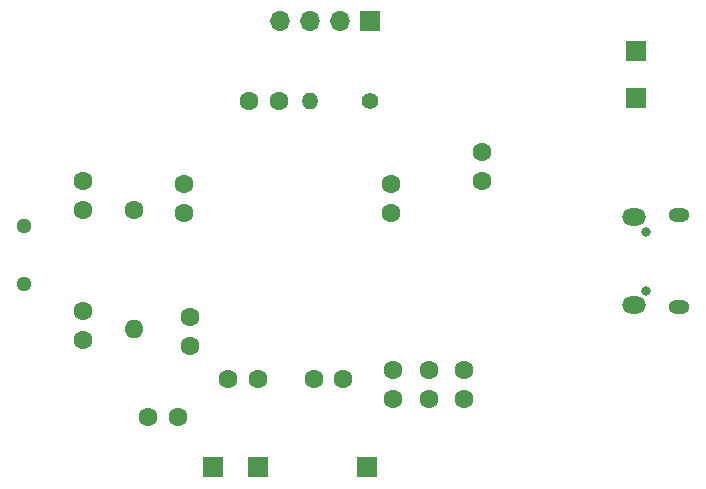
<source format=gbr>
%TF.GenerationSoftware,KiCad,Pcbnew,8.0.5*%
%TF.CreationDate,2024-10-18T14:20:25+07:00*%
%TF.ProjectId,stm32la_pcb,73746d33-326c-4615-9f70-63622e6b6963,rev?*%
%TF.SameCoordinates,Original*%
%TF.FileFunction,Soldermask,Bot*%
%TF.FilePolarity,Negative*%
%FSLAX46Y46*%
G04 Gerber Fmt 4.6, Leading zero omitted, Abs format (unit mm)*
G04 Created by KiCad (PCBNEW 8.0.5) date 2024-10-18 14:20:25*
%MOMM*%
%LPD*%
G01*
G04 APERTURE LIST*
%ADD10R,1.700000X1.700000*%
%ADD11C,1.600000*%
%ADD12O,1.600000X1.600000*%
%ADD13O,1.700000X1.700000*%
%ADD14C,1.284000*%
%ADD15C,1.400000*%
%ADD16O,1.400000X1.400000*%
%ADD17O,0.800000X0.800000*%
%ADD18O,1.800000X1.150000*%
%ADD19O,2.000000X1.450000*%
G04 APERTURE END LIST*
D10*
%TO.C,TX*%
X126000000Y-64250000D03*
%TD*%
D11*
%TO.C,C1*%
X112965000Y-68785000D03*
X112965000Y-71285000D03*
%TD*%
%TO.C,FB1*%
X83500000Y-73750000D03*
D12*
X83500000Y-83750000D03*
%TD*%
D11*
%TO.C,C9*%
X91500000Y-88000000D03*
X94000000Y-88000000D03*
%TD*%
D10*
%TO.C,D1*%
X90200000Y-95500000D03*
%TD*%
D11*
%TO.C,C4*%
X87750000Y-74000000D03*
X87750000Y-71500000D03*
%TD*%
%TO.C,C7*%
X105250000Y-74000000D03*
X105250000Y-71500000D03*
%TD*%
%TO.C,C3*%
X111500000Y-89750000D03*
X111500000Y-87250000D03*
%TD*%
D10*
%TO.C,SWD*%
X103540000Y-57750000D03*
D13*
X101000000Y-57750000D03*
X98460000Y-57750000D03*
X95920000Y-57750000D03*
%TD*%
D10*
%TO.C,D2*%
X94000000Y-95500000D03*
%TD*%
D11*
%TO.C,C6*%
X101250000Y-88000000D03*
X98750000Y-88000000D03*
%TD*%
D14*
%TO.C,Y1*%
X74250000Y-75060000D03*
X74250000Y-79940000D03*
%TD*%
D11*
%TO.C,C12*%
X79250000Y-71250000D03*
X79250000Y-73750000D03*
%TD*%
D10*
%TO.C,RX*%
X126000000Y-60250000D03*
%TD*%
%TO.C,A1*%
X103250000Y-95500000D03*
%TD*%
D11*
%TO.C,C13*%
X79250000Y-84750000D03*
X79250000Y-82250000D03*
%TD*%
D15*
%TO.C,R2*%
X103540000Y-64500000D03*
D16*
X98460000Y-64500000D03*
%TD*%
D11*
%TO.C,C5*%
X93290000Y-64500000D03*
X95790000Y-64500000D03*
%TD*%
%TO.C,C8*%
X84750000Y-91250000D03*
X87250000Y-91250000D03*
%TD*%
%TO.C,C10*%
X105445000Y-89755000D03*
X105445000Y-87255000D03*
%TD*%
D17*
%TO.C,USB*%
X126905000Y-80545000D03*
X126905000Y-75545000D03*
D18*
X129655000Y-81920000D03*
D19*
X125855000Y-81770000D03*
X125855000Y-74320000D03*
D18*
X129655000Y-74170000D03*
%TD*%
D11*
%TO.C,C11*%
X88250000Y-82750000D03*
X88250000Y-85250000D03*
%TD*%
%TO.C,C2*%
X108500000Y-89750000D03*
X108500000Y-87250000D03*
%TD*%
M02*

</source>
